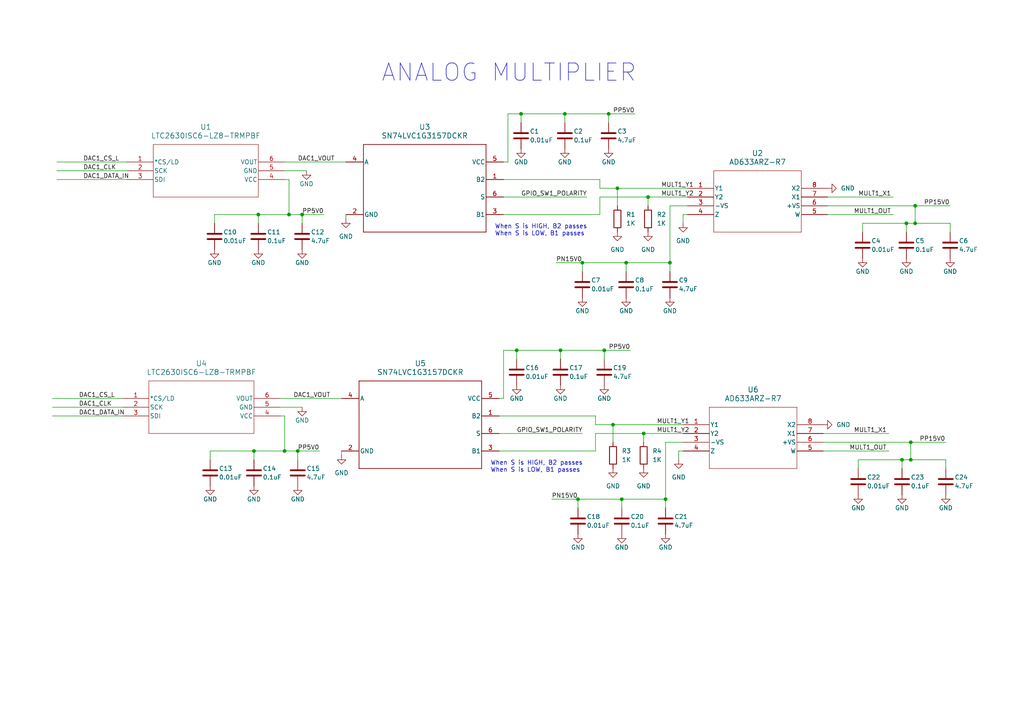
<source format=kicad_sch>
(kicad_sch (version 20230121) (generator eeschema)
  (paper "A4")
  (lib_symbols
    (symbol "AD633ARZ-R7:AD633ARZ-R7" (pin_names (offset 0.254))
      (property "Reference" "U" (at 20.32 10.16 0))
      (property "Value" "AD633ARZ-R7" (at 20.32 7.62 0))
      (symbol "AD633ARZ-R7_0_1"
        (polyline (pts (xy 7.62 -12.7) (xy 33.02 -12.7)) (stroke (width 0.127)))
        (polyline (pts (xy 7.62 5.08) (xy 7.62 -12.7)) (stroke (width 0.127)))
        (polyline (pts (xy 33.02 -12.7) (xy 33.02 5.08)) (stroke (width 0.127)))
        (polyline (pts (xy 33.02 5.08) (xy 7.62 5.08)) (stroke (width 0.127)))
        (pin unspecified line (at 0 0 0) (length 7.62) (name "Y1") (number "1"))
        (pin unspecified line (at 0 -2.54 0) (length 7.62) (name "Y2") (number "2"))
        (pin power_in line (at 0 -5.08 0) (length 7.62) (name "-VS") (number "3"))
        (pin unspecified line (at 0 -7.62 0) (length 7.62) (name "Z") (number "4"))
        (pin unspecified line (at 40.64 -7.62 180) (length 7.62) (name "W") (number "5"))
        (pin power_in line (at 40.64 -5.08 180) (length 7.62) (name "+VS") (number "6"))
        (pin unspecified line (at 40.64 -2.54 180) (length 7.62) (name "X1") (number "7"))
        (pin unspecified line (at 40.64 0 180) (length 7.62) (name "X2") (number "8"))
      )
    )
    (symbol "Device:C" (pin_numbers hide) (pin_names (offset 0.254))
      (property "Reference" "C" (at 0.635 2.54 0))
      (property "Value" "C" (at 0.635 -2.54 0))
      (symbol "C_0_1"
        (polyline (pts (xy -2.032 -0.762) (xy 2.032 -0.762)) (stroke (width 0.508)))
        (polyline (pts (xy -2.032 0.762) (xy 2.032 0.762)) (stroke (width 0.508)))
      )
      (symbol "C_1_1"
        (pin passive line (at 0 3.81 270) (length 2.794) (name "~") (number "1"))
        (pin passive line (at 0 -3.81 90) (length 2.794) (name "~") (number "2"))
      )
    )
    (symbol "Device:R" (pin_numbers hide) (pin_names (offset 0))
      (property "Reference" "R" (at 2.032 0 90))
      (property "Value" "R" (at 0 0 90))
      (symbol "R_0_1"
        (rectangle (start -1.016 -2.54) (end 1.016 2.54) (stroke (width 0.254)))
      )
      (symbol "R_1_1"
        (pin passive line (at 0 3.81 270) (length 1.27) (name "~") (number "1"))
        (pin passive line (at 0 -3.81 90) (length 1.27) (name "~") (number "2"))
      )
    )
    (symbol "LTC2630ISC6-LZ8#TRMPBF:LTC2630ISC6-LZ8-TRMPBF" (pin_names (offset 0.254))
      (property "Reference" "U" (at 22.86 10.16 0))
      (property "Value" "LTC2630ISC6-LZ8-TRMPBF" (at 22.86 7.62 0))
      (symbol "LTC2630ISC6-LZ8-TRMPBF_0_1"
        (polyline (pts (xy 7.62 -10.16) (xy 38.1 -10.16)) (stroke (width 0.127)))
        (polyline (pts (xy 7.62 5.08) (xy 7.62 -10.16)) (stroke (width 0.127)))
        (polyline (pts (xy 38.1 -10.16) (xy 38.1 5.08)) (stroke (width 0.127)))
        (polyline (pts (xy 38.1 5.08) (xy 7.62 5.08)) (stroke (width 0.127)))
        (pin input line (at 0 0 0) (length 7.62) (name "*CS/LD") (number "1"))
        (pin input line (at 0 -2.54 0) (length 7.62) (name "SCK") (number "2"))
        (pin input line (at 0 -5.08 0) (length 7.62) (name "SDI") (number "3"))
        (pin power_in line (at 45.72 -5.08 180) (length 7.62) (name "VCC") (number "4"))
        (pin power_out line (at 45.72 -2.54 180) (length 7.62) (name "GND") (number "5"))
        (pin output line (at 45.72 0 180) (length 7.62) (name "VOUT") (number "6"))
      )
    )
    (symbol "SN74LVC1G3157DCKR:SN74LVC1G3157DCKR" (pin_names (offset 0.254))
      (property "Reference" "U" (at 0 2.54 0))
      (property "Value" "SN74LVC1G3157DCKR" (at 0 0 0))
      (symbol "SN74LVC1G3157DCKR_0_1"
        (polyline (pts (xy -17.78 -12.7) (xy 17.78 -12.7)) (stroke (width 0.2032)))
        (polyline (pts (xy -17.78 12.7) (xy -17.78 -12.7)) (stroke (width 0.2032)))
        (polyline (pts (xy 17.78 -12.7) (xy 17.78 12.7)) (stroke (width 0.2032)))
        (polyline (pts (xy 17.78 12.7) (xy -17.78 12.7)) (stroke (width 0.2032)))
        (pin input line (at -22.86 2.54 0) (length 5.08) (name "B2") (number "1"))
        (pin power_in line (at 22.86 -7.62 180) (length 5.08) (name "GND") (number "2"))
        (pin input line (at -22.86 -7.62 0) (length 5.08) (name "B1") (number "3"))
        (pin output line (at 22.86 7.62 180) (length 5.08) (name "A") (number "4"))
        (pin power_in line (at -22.86 7.62 0) (length 5.08) (name "VCC") (number "5"))
        (pin input line (at -22.86 -2.54 0) (length 5.08) (name "S") (number "6"))
      )
    )
    (symbol "power:GND" (power) (pin_names (offset 0))
      (property "Value" "GND" (at 0 -3.81 0))
      (symbol "GND_0_1"
        (polyline (pts (xy 0 0) (xy 0 -1.27) (xy 1.27 -1.27) (xy 0 -2.54) (xy -1.27 -1.27) (xy 0 -1.27)))
      )
      (symbol "GND_1_1"
        (pin power_in line (at 0 0 270) (length 0) hide (name "GND") (number "1"))
      )
    )
  )
  (junction (at 176.53 33.02))
  (junction (at 265.43 64.77))
  (junction (at 181.61 76.2))
  (junction (at 74.93 62.23))
  (junction (at 86.36 130.81))
  (junction (at 180.34 144.78))
  (junction (at 262.89 64.77))
  (junction (at 187.96 57.15))
  (junction (at 87.63 62.23))
  (junction (at 82.55 130.81))
  (junction (at 193.04 144.78))
  (junction (at 264.16 133.35))
  (junction (at 149.86 101.6))
  (junction (at 73.66 130.81))
  (junction (at 151.13 33.02))
  (junction (at 177.8 123.19))
  (junction (at 167.64 144.78))
  (junction (at 175.26 101.6))
  (junction (at 162.56 101.6))
  (junction (at 179.07 54.61))
  (junction (at 261.62 133.35))
  (junction (at 83.82 62.23))
  (junction (at 186.69 125.73))
  (junction (at 163.83 33.02))
  (junction (at 265.43 59.69))
  (junction (at 194.31 76.2))
  (junction (at 168.91 76.2))
  (junction (at 264.16 128.27))
  (wire (pts (xy 181.61 76.2) (xy 181.61 78.74)))
  (wire (pts (xy 172.72 130.81) (xy 172.72 125.73)))
  (wire (pts (xy 146.05 101.6) (xy 149.86 101.6)))
  (wire (pts (xy 261.62 133.35) (xy 261.62 135.89)))
  (wire (pts (xy 62.23 62.23) (xy 74.93 62.23)))
  (wire (pts (xy 264.16 133.35) (xy 274.32 133.35)))
  (wire (pts (xy 162.56 101.6) (xy 162.56 104.14)))
  (wire (pts (xy 196.85 130.81) (xy 198.12 130.81)))
  (wire (pts (xy 250.19 64.77) (xy 250.19 67.31)))
  (wire (pts (xy 173.99 57.15) (xy 187.96 57.15)))
  (wire (pts (xy 186.69 125.73) (xy 198.12 125.73)))
  (wire (pts (xy 240.03 57.15) (xy 259.08 57.15)))
  (wire (pts (xy 176.53 33.02) (xy 176.53 35.56)))
  (wire (pts (xy 15.24 115.57) (xy 35.56 115.57)))
  (wire (pts (xy 167.64 144.78) (xy 180.34 144.78)))
  (wire (pts (xy 168.91 76.2) (xy 168.91 78.74)))
  (wire (pts (xy 15.24 120.65) (xy 35.56 120.65)))
  (wire (pts (xy 144.78 125.73) (xy 168.91 125.73)))
  (wire (pts (xy 250.19 64.77) (xy 262.89 64.77)))
  (wire (pts (xy 15.24 118.11) (xy 35.56 118.11)))
  (wire (pts (xy 73.66 130.81) (xy 82.55 130.81)))
  (wire (pts (xy 144.78 120.65) (xy 172.72 120.65)))
  (wire (pts (xy 180.34 144.78) (xy 180.34 147.32)))
  (wire (pts (xy 198.12 62.23) (xy 199.39 62.23)))
  (wire (pts (xy 151.13 33.02) (xy 163.83 33.02)))
  (wire (pts (xy 83.82 52.07) (xy 83.82 62.23)))
  (wire (pts (xy 198.12 128.27) (xy 193.04 128.27)))
  (wire (pts (xy 238.76 125.73) (xy 257.81 125.73)))
  (wire (pts (xy 265.43 64.77) (xy 275.59 64.77)))
  (wire (pts (xy 198.12 64.77) (xy 198.12 62.23)))
  (wire (pts (xy 194.31 59.69) (xy 194.31 76.2)))
  (wire (pts (xy 264.16 128.27) (xy 274.32 128.27)))
  (wire (pts (xy 186.69 125.73) (xy 186.69 128.27)))
  (wire (pts (xy 265.43 59.69) (xy 275.59 59.69)))
  (wire (pts (xy 82.55 46.99) (xy 100.33 46.99)))
  (wire (pts (xy 275.59 64.77) (xy 275.59 67.31)))
  (wire (pts (xy 82.55 120.65) (xy 82.55 130.81)))
  (wire (pts (xy 83.82 62.23) (xy 87.63 62.23)))
  (wire (pts (xy 16.51 46.99) (xy 36.83 46.99)))
  (wire (pts (xy 196.85 133.35) (xy 196.85 130.81)))
  (wire (pts (xy 179.07 54.61) (xy 179.07 59.69)))
  (wire (pts (xy 173.99 54.61) (xy 179.07 54.61)))
  (wire (pts (xy 86.36 130.81) (xy 92.71 130.81)))
  (wire (pts (xy 161.29 76.2) (xy 168.91 76.2)))
  (wire (pts (xy 175.26 101.6) (xy 182.88 101.6)))
  (wire (pts (xy 175.26 101.6) (xy 175.26 104.14)))
  (wire (pts (xy 149.86 101.6) (xy 162.56 101.6)))
  (wire (pts (xy 82.55 49.53) (xy 88.9 49.53)))
  (wire (pts (xy 100.33 63.5) (xy 100.33 62.23)))
  (wire (pts (xy 82.55 130.81) (xy 86.36 130.81)))
  (wire (pts (xy 181.61 76.2) (xy 194.31 76.2)))
  (wire (pts (xy 177.8 123.19) (xy 198.12 123.19)))
  (wire (pts (xy 238.76 130.81) (xy 257.81 130.81)))
  (wire (pts (xy 146.05 57.15) (xy 170.18 57.15)))
  (wire (pts (xy 99.06 132.08) (xy 99.06 130.81)))
  (wire (pts (xy 144.78 130.81) (xy 172.72 130.81)))
  (wire (pts (xy 86.36 130.81) (xy 86.36 133.35)))
  (wire (pts (xy 162.56 101.6) (xy 175.26 101.6)))
  (wire (pts (xy 147.32 33.02) (xy 147.32 46.99)))
  (wire (pts (xy 172.72 125.73) (xy 186.69 125.73)))
  (wire (pts (xy 172.72 123.19) (xy 177.8 123.19)))
  (wire (pts (xy 167.64 144.78) (xy 167.64 147.32)))
  (wire (pts (xy 62.23 62.23) (xy 62.23 64.77)))
  (wire (pts (xy 240.03 59.69) (xy 265.43 59.69)))
  (wire (pts (xy 193.04 128.27) (xy 193.04 144.78)))
  (wire (pts (xy 74.93 62.23) (xy 74.93 64.77)))
  (wire (pts (xy 248.92 133.35) (xy 261.62 133.35)))
  (wire (pts (xy 262.89 64.77) (xy 265.43 64.77)))
  (wire (pts (xy 199.39 59.69) (xy 194.31 59.69)))
  (wire (pts (xy 160.02 144.78) (xy 167.64 144.78)))
  (wire (pts (xy 163.83 33.02) (xy 176.53 33.02)))
  (wire (pts (xy 16.51 52.07) (xy 36.83 52.07)))
  (wire (pts (xy 87.63 62.23) (xy 87.63 64.77)))
  (wire (pts (xy 147.32 33.02) (xy 151.13 33.02)))
  (wire (pts (xy 73.66 130.81) (xy 73.66 133.35)))
  (wire (pts (xy 146.05 52.07) (xy 173.99 52.07)))
  (wire (pts (xy 146.05 62.23) (xy 173.99 62.23)))
  (wire (pts (xy 240.03 62.23) (xy 259.08 62.23)))
  (wire (pts (xy 262.89 64.77) (xy 262.89 67.31)))
  (wire (pts (xy 264.16 128.27) (xy 264.16 133.35)))
  (wire (pts (xy 149.86 101.6) (xy 149.86 104.14)))
  (wire (pts (xy 168.91 76.2) (xy 181.61 76.2)))
  (wire (pts (xy 60.96 130.81) (xy 60.96 133.35)))
  (wire (pts (xy 176.53 33.02) (xy 184.15 33.02)))
  (wire (pts (xy 147.32 46.99) (xy 146.05 46.99)))
  (wire (pts (xy 83.82 52.07) (xy 82.55 52.07)))
  (wire (pts (xy 180.34 144.78) (xy 193.04 144.78)))
  (wire (pts (xy 193.04 144.78) (xy 193.04 147.32)))
  (wire (pts (xy 173.99 52.07) (xy 173.99 54.61)))
  (wire (pts (xy 146.05 115.57) (xy 144.78 115.57)))
  (wire (pts (xy 146.05 101.6) (xy 146.05 115.57)))
  (wire (pts (xy 261.62 133.35) (xy 264.16 133.35)))
  (wire (pts (xy 81.28 115.57) (xy 99.06 115.57)))
  (wire (pts (xy 87.63 62.23) (xy 93.98 62.23)))
  (wire (pts (xy 177.8 123.19) (xy 177.8 128.27)))
  (wire (pts (xy 265.43 59.69) (xy 265.43 64.77)))
  (wire (pts (xy 16.51 49.53) (xy 36.83 49.53)))
  (wire (pts (xy 81.28 118.11) (xy 87.63 118.11)))
  (wire (pts (xy 151.13 33.02) (xy 151.13 35.56)))
  (wire (pts (xy 82.55 120.65) (xy 81.28 120.65)))
  (wire (pts (xy 163.83 33.02) (xy 163.83 35.56)))
  (wire (pts (xy 74.93 62.23) (xy 83.82 62.23)))
  (wire (pts (xy 187.96 57.15) (xy 187.96 59.69)))
  (wire (pts (xy 194.31 76.2) (xy 194.31 78.74)))
  (wire (pts (xy 187.96 57.15) (xy 199.39 57.15)))
  (wire (pts (xy 238.76 128.27) (xy 264.16 128.27)))
  (wire (pts (xy 248.92 133.35) (xy 248.92 135.89)))
  (wire (pts (xy 173.99 62.23) (xy 173.99 57.15)))
  (wire (pts (xy 60.96 130.81) (xy 73.66 130.81)))
  (wire (pts (xy 172.72 120.65) (xy 172.72 123.19)))
  (wire (pts (xy 274.32 133.35) (xy 274.32 135.89)))
  (wire (pts (xy 179.07 54.61) (xy 199.39 54.61)))
  (text "When S is HIGH, B2 passes\nWhen S is LOW, B1 passes" (at 143.51 68.58 0) (effects (font (size 1.27 1.27)) (justify left bottom)))
  (text "When S is HIGH, B2 passes\nWhen S is LOW, B1 passes" (at 142.24 137.16 0) (effects (font (size 1.27 1.27)) (justify left bottom)))
  (text "ANALOG MULTIPLIER" (at 110.49 24.13 0) (effects (font (size 5 5)) (justify left bottom)))
  (label "MULT1_OUT" (at 247.65 62.23 0))
  (label "GPIO_SW1_POLARITY" (at 149.86 125.73 0))
  (label "DAC1_VOUT" (at 85.09 115.57 0))
  (label "DAC1_DATA_IN" (at 24.13 52.07 0))
  (label "MULT1_Y2" (at 191.77 57.15 0))
  (label "PP15V0" (at 267.97 59.69 0))
  (label "DAC1_CS_L" (at 22.86 115.57 0))
  (label "PP5V0" (at 87.63 62.23 0))
  (label "PP5V0" (at 86.36 130.81 0))
  (label "PP5V0" (at 176.53 101.6 0))
  (label "DAC1_CS_L" (at 24.13 46.99 0))
  (label "MULT1_Y1" (at 191.77 54.61 0))
  (label "MULT1_X1" (at 248.92 57.15 0))
  (label "PN15V0" (at 161.29 76.2 0))
  (label "MULT1_Y1" (at 190.5 123.19 0))
  (label "DAC1_VOUT" (at 86.36 46.99 0))
  (label "MULT1_X1" (at 247.65 125.73 0))
  (label "MULT1_Y2" (at 190.5 125.73 0))
  (label "PP5V0" (at 177.8 33.02 0))
  (label "GPIO_SW1_POLARITY" (at 151.13 57.15 0))
  (label "MULT1_OUT" (at 246.38 130.81 0))
  (label "DAC1_CLK" (at 24.13 49.53 0))
  (label "PP15V0" (at 266.7 128.27 0))
  (label "PN15V0" (at 160.02 144.78 0))
  (label "DAC1_CLK" (at 22.86 118.11 0))
  (label "DAC1_DATA_IN" (at 22.86 120.65 0))
  (symbol (lib_id "Device:C") (at 193.04 151.13 0) (unit 1)
    (property "Reference" "C21" (at 195.58 149.86 0) (effects (justify left)))
    (property "Value" "4.7uF" (at 195.58 152.4 0) (effects (justify left)))
    (property "Footprint" "Capacitor_SMD:C_0805_2012Metric" (effects hide))
  )
  (symbol (lib_id "LTC2630ISC6-LZ8#TRMPBF:LTC2630ISC6-LZ8-TRMPBF") (at 35.56 115.57 0) (unit 1)
    (property "Reference" "U4" (at 58.42 105.41 0) (effects (font (size 1.524 1.524))))
    (property "Value" "LTC2630ISC6-LZ8-TRMPBF" (at 58.42 107.95 0) (effects (font (size 1.524 1.524))))
    (property "Footprint" "SC_6_ADI" (effects hide))
    (property "Datasheet" "LTC2630ISC6-LZ8-TRMPBF" (effects hide))
  )
  (symbol (lib_id "power:GND") (at 180.34 154.94 0) (unit 1)
    (property "Reference" "#PWR029" (effects hide))
    (property "Value" "GND" (at 180.34 158.75 0))
  )
  (symbol (lib_id "power:GND") (at 181.61 86.36 0) (unit 1)
    (property "Reference" "#PWR014" (effects hide))
    (property "Value" "GND" (at 181.61 90.17 0))
  )
  (symbol (lib_id "power:GND") (at 261.62 143.51 0) (unit 1)
    (property "Reference" "#PWR035" (effects hide))
    (property "Value" "GND" (at 261.62 147.32 0))
  )
  (symbol (lib_id "power:GND") (at 99.06 132.08 0) (unit 1)
    (property "Reference" "#PWR023" (effects hide))
    (property "Value" "GND" (at 99.06 137.16 0))
  )
  (symbol (lib_id "power:GND") (at 88.9 49.53 0) (unit 1)
    (property "Reference" "#PWR01" (effects hide))
    (property "Value" "GND" (at 88.9 53.34 0))
  )
  (symbol (lib_id "power:GND") (at 62.23 72.39 0) (unit 1)
    (property "Reference" "#PWR016" (effects hide))
    (property "Value" "GND" (at 62.23 76.2 0))
  )
  (symbol (lib_id "Device:C") (at 62.23 68.58 0) (unit 1)
    (property "Reference" "C10" (at 64.77 67.31 0) (effects (justify left)))
    (property "Value" "0.01uF" (at 64.77 69.85 0) (effects (justify left)))
    (property "Footprint" "Capacitor_SMD:C_0805_2012Metric" (effects hide))
  )
  (symbol (lib_id "Device:C") (at 162.56 107.95 0) (unit 1)
    (property "Reference" "C17" (at 165.1 106.68 0) (effects (justify left)))
    (property "Value" "0.1uF" (at 165.1 109.22 0) (effects (justify left)))
    (property "Footprint" "Capacitor_SMD:C_0805_2012Metric" (effects hide))
  )
  (symbol (lib_id "power:GND") (at 175.26 111.76 0) (unit 1)
    (property "Reference" "#PWR027" (effects hide))
    (property "Value" "GND" (at 175.26 115.57 0))
  )
  (symbol (lib_id "power:GND") (at 194.31 86.36 0) (unit 1)
    (property "Reference" "#PWR015" (effects hide))
    (property "Value" "GND" (at 194.31 90.17 0))
  )
  (symbol (lib_id "power:GND") (at 74.93 72.39 0) (unit 1)
    (property "Reference" "#PWR017" (effects hide))
    (property "Value" "GND" (at 74.93 76.2 0))
  )
  (symbol (lib_id "Device:C") (at 250.19 71.12 0) (unit 1)
    (property "Reference" "C4" (at 252.73 69.85 0) (effects (justify left)))
    (property "Value" "0.01uF" (at 252.73 72.39 0) (effects (justify left)))
    (property "Footprint" "Capacitor_SMD:C_0805_2012Metric" (effects hide))
  )
  (symbol (lib_id "Device:C") (at 163.83 39.37 0) (unit 1)
    (property "Reference" "C2" (at 166.37 38.1 0) (effects (justify left)))
    (property "Value" "0.1uF" (at 166.37 40.64 0) (effects (justify left)))
    (property "Footprint" "Capacitor_SMD:C_0805_2012Metric" (effects hide))
  )
  (symbol (lib_id "power:GND") (at 179.07 67.31 0) (unit 1)
    (property "Reference" "#PWR04" (effects hide))
    (property "Value" "GND" (at 179.07 72.39 0))
  )
  (symbol (lib_id "power:GND") (at 73.66 140.97 0) (unit 1)
    (property "Reference" "#PWR020" (effects hide))
    (property "Value" "GND" (at 73.66 144.78 0))
  )
  (symbol (lib_id "Device:C") (at 167.64 151.13 0) (unit 1)
    (property "Reference" "C18" (at 170.18 149.86 0) (effects (justify left)))
    (property "Value" "0.01uF" (at 170.18 152.4 0) (effects (justify left)))
    (property "Footprint" "Capacitor_SMD:C_0805_2012Metric" (effects hide))
  )
  (symbol (lib_id "Device:C") (at 261.62 139.7 0) (unit 1)
    (property "Reference" "C23" (at 264.16 138.43 0) (effects (justify left)))
    (property "Value" "0.1uF" (at 264.16 140.97 0) (effects (justify left)))
    (property "Footprint" "Capacitor_SMD:C_0805_2012Metric" (effects hide))
  )
  (symbol (lib_id "power:GND") (at 193.04 154.94 0) (unit 1)
    (property "Reference" "#PWR031" (effects hide))
    (property "Value" "GND" (at 193.04 158.75 0))
  )
  (symbol (lib_id "power:GND") (at 87.63 72.39 0) (unit 1)
    (property "Reference" "#PWR018" (effects hide))
    (property "Value" "GND" (at 87.63 76.2 0))
  )
  (symbol (lib_id "Device:C") (at 151.13 39.37 0) (unit 1)
    (property "Reference" "C1" (at 153.67 38.1 0) (effects (justify left)))
    (property "Value" "0.01uF" (at 153.67 40.64 0) (effects (justify left)))
    (property "Footprint" "Capacitor_SMD:C_0805_2012Metric" (effects hide))
  )
  (symbol (lib_id "Device:C") (at 262.89 71.12 0) (unit 1)
    (property "Reference" "C5" (at 265.43 69.85 0) (effects (justify left)))
    (property "Value" "0.1uF" (at 265.43 72.39 0) (effects (justify left)))
    (property "Footprint" "Capacitor_SMD:C_0805_2012Metric" (effects hide))
  )
  (symbol (lib_id "Device:C") (at 248.92 139.7 0) (unit 1)
    (property "Reference" "C22" (at 251.46 138.43 0) (effects (justify left)))
    (property "Value" "0.01uF" (at 251.46 140.97 0) (effects (justify left)))
    (property "Footprint" "Capacitor_SMD:C_0805_2012Metric" (effects hide))
  )
  (symbol (lib_id "power:GND") (at 186.69 135.89 0) (unit 1)
    (property "Reference" "#PWR030" (effects hide))
    (property "Value" "GND" (at 186.69 140.97 0))
  )
  (symbol (lib_id "power:GND") (at 262.89 74.93 0) (unit 1)
    (property "Reference" "#PWR011" (effects hide))
    (property "Value" "GND" (at 262.89 78.74 0))
  )
  (symbol (lib_id "power:GND") (at 87.63 118.11 0) (unit 1)
    (property "Reference" "#PWR022" (effects hide))
    (property "Value" "GND" (at 87.63 121.92 0))
  )
  (symbol (lib_id "Device:C") (at 194.31 82.55 0) (unit 1)
    (property "Reference" "C9" (at 196.85 81.28 0) (effects (justify left)))
    (property "Value" "4.7uF" (at 196.85 83.82 0) (effects (justify left)))
    (property "Footprint" "Capacitor_SMD:C_0805_2012Metric" (effects hide))
  )
  (symbol (lib_id "power:GND") (at 100.33 63.5 0) (unit 1)
    (property "Reference" "#PWR02" (effects hide))
    (property "Value" "GND" (at 100.33 68.58 0))
  )
  (symbol (lib_id "Device:C") (at 176.53 39.37 0) (unit 1)
    (property "Reference" "C3" (at 179.07 38.1 0) (effects (justify left)))
    (property "Value" "4.7uF" (at 179.07 40.64 0) (effects (justify left)))
    (property "Footprint" "Capacitor_SMD:C_0805_2012Metric" (effects hide))
  )
  (symbol (lib_id "Device:R") (at 177.8 132.08 0) (unit 1)
    (property "Reference" "R3" (at 180.34 130.81 0) (effects (justify left)))
    (property "Value" "1K" (at 180.34 133.35 0) (effects (justify left)))
    (property "Footprint" "Resistor_SMD:R_0805_2012Metric" (effects hide))
  )
  (symbol (lib_id "power:GND") (at 162.56 111.76 0) (unit 1)
    (property "Reference" "#PWR025" (effects hide))
    (property "Value" "GND" (at 162.56 115.57 0))
  )
  (symbol (lib_id "Device:C") (at 73.66 137.16 0) (unit 1)
    (property "Reference" "C14" (at 76.2 135.89 0) (effects (justify left)))
    (property "Value" "0.1uF" (at 76.2 138.43 0) (effects (justify left)))
    (property "Footprint" "Capacitor_SMD:C_0805_2012Metric" (effects hide))
  )
  (symbol (lib_id "Device:C") (at 181.61 82.55 0) (unit 1)
    (property "Reference" "C8" (at 184.15 81.28 0) (effects (justify left)))
    (property "Value" "0.1uF" (at 184.15 83.82 0) (effects (justify left)))
    (property "Footprint" "Capacitor_SMD:C_0805_2012Metric" (effects hide))
  )
  (symbol (lib_id "Device:C") (at 149.86 107.95 0) (unit 1)
    (property "Reference" "C16" (at 152.4 106.68 0) (effects (justify left)))
    (property "Value" "0.01uF" (at 152.4 109.22 0) (effects (justify left)))
    (property "Footprint" "Capacitor_SMD:C_0805_2012Metric" (effects hide))
  )
  (symbol (lib_id "power:GND") (at 187.96 67.31 0) (unit 1)
    (property "Reference" "#PWR05" (effects hide))
    (property "Value" "GND" (at 187.96 72.39 0))
  )
  (symbol (lib_id "SN74LVC1G3157DCKR:SN74LVC1G3157DCKR") (at 121.92 123.19 0) (mirror y) (unit 1)
    (property "Reference" "U5" (at 121.92 105.41 0) (effects (font (size 1.524 1.524))))
    (property "Value" "SN74LVC1G3157DCKR" (at 121.92 107.95 0) (effects (font (size 1.524 1.524))))
    (property "Footprint" "DCK0006A_N" (effects hide))
    (property "Datasheet" "SN74LVC1G3157DCKR" (effects hide))
  )
  (symbol (lib_id "power:GND") (at 248.92 143.51 0) (unit 1)
    (property "Reference" "#PWR034" (effects hide))
    (property "Value" "GND" (at 248.92 147.32 0))
  )
  (symbol (lib_id "power:GND") (at 275.59 74.93 0) (unit 1)
    (property "Reference" "#PWR012" (effects hide))
    (property "Value" "GND" (at 275.59 78.74 0))
  )
  (symbol (lib_id "Device:R") (at 179.07 63.5 0) (unit 1)
    (property "Reference" "R1" (at 181.61 62.23 0) (effects (justify left)))
    (property "Value" "1K" (at 181.61 64.77 0) (effects (justify left)))
    (property "Footprint" "Resistor_SMD:R_0805_2012Metric" (effects hide))
  )
  (symbol (lib_id "power:GND") (at 198.12 64.77 0) (unit 1)
    (property "Reference" "#PWR03" (effects hide))
    (property "Value" "GND" (at 198.12 69.85 0))
  )
  (symbol (lib_id "power:GND") (at 240.03 54.61 90) (unit 1)
    (property "Reference" "#PWR06" (effects hide))
    (property "Value" "GND" (at 243.84 54.61 90) (effects (justify right)))
  )
  (symbol (lib_id "Device:C") (at 168.91 82.55 0) (unit 1)
    (property "Reference" "C7" (at 171.45 81.28 0) (effects (justify left)))
    (property "Value" "0.01uF" (at 171.45 83.82 0) (effects (justify left)))
    (property "Footprint" "Capacitor_SMD:C_0805_2012Metric" (effects hide))
  )
  (symbol (lib_id "power:GND") (at 238.76 123.19 90) (unit 1)
    (property "Reference" "#PWR033" (effects hide))
    (property "Value" "GND" (at 242.57 123.19 90) (effects (justify right)))
  )
  (symbol (lib_id "Device:C") (at 87.63 68.58 0) (unit 1)
    (property "Reference" "C12" (at 90.17 67.31 0) (effects (justify left)))
    (property "Value" "4.7uF" (at 90.17 69.85 0) (effects (justify left)))
    (property "Footprint" "Capacitor_SMD:C_0805_2012Metric" (effects hide))
  )
  (symbol (lib_id "power:GND") (at 149.86 111.76 0) (unit 1)
    (property "Reference" "#PWR024" (effects hide))
    (property "Value" "GND" (at 149.86 115.57 0))
  )
  (symbol (lib_id "Device:C") (at 74.93 68.58 0) (unit 1)
    (property "Reference" "C11" (at 77.47 67.31 0) (effects (justify left)))
    (property "Value" "0.1uF" (at 77.47 69.85 0) (effects (justify left)))
    (property "Footprint" "Capacitor_SMD:C_0805_2012Metric" (effects hide))
  )
  (symbol (lib_id "Device:C") (at 60.96 137.16 0) (unit 1)
    (property "Reference" "C13" (at 63.5 135.89 0) (effects (justify left)))
    (property "Value" "0.01uF" (at 63.5 138.43 0) (effects (justify left)))
    (property "Footprint" "Capacitor_SMD:C_0805_2012Metric" (effects hide))
  )
  (symbol (lib_id "power:GND") (at 176.53 43.18 0) (unit 1)
    (property "Reference" "#PWR09" (effects hide))
    (property "Value" "GND" (at 176.53 46.99 0))
  )
  (symbol (lib_id "Device:C") (at 86.36 137.16 0) (unit 1)
    (property "Reference" "C15" (at 88.9 135.89 0) (effects (justify left)))
    (property "Value" "4.7uF" (at 88.9 138.43 0) (effects (justify left)))
    (property "Footprint" "Capacitor_SMD:C_0805_2012Metric" (effects hide))
  )
  (symbol (lib_id "LTC2630ISC6-LZ8#TRMPBF:LTC2630ISC6-LZ8-TRMPBF") (at 36.83 46.99 0) (unit 1)
    (property "Reference" "U1" (at 59.69 36.83 0) (effects (font (size 1.524 1.524))))
    (property "Value" "LTC2630ISC6-LZ8-TRMPBF" (at 59.69 39.37 0) (effects (font (size 1.524 1.524))))
    (property "Footprint" "SC_6_ADI" (effects hide))
    (property "Datasheet" "LTC2630ISC6-LZ8-TRMPBF" (effects hide))
  )
  (symbol (lib_id "power:GND") (at 274.32 143.51 0) (unit 1)
    (property "Reference" "#PWR036" (effects hide))
    (property "Value" "GND" (at 274.32 147.32 0))
  )
  (symbol (lib_id "power:GND") (at 168.91 86.36 0) (unit 1)
    (property "Reference" "#PWR013" (effects hide))
    (property "Value" "GND" (at 168.91 90.17 0))
  )
  (symbol (lib_id "Device:C") (at 180.34 151.13 0) (unit 1)
    (property "Reference" "C20" (at 182.88 149.86 0) (effects (justify left)))
    (property "Value" "0.1uF" (at 182.88 152.4 0) (effects (justify left)))
    (property "Footprint" "Capacitor_SMD:C_0805_2012Metric" (effects hide))
  )
  (symbol (lib_id "Device:C") (at 275.59 71.12 0) (unit 1)
    (property "Reference" "C6" (at 278.13 69.85 0) (effects (justify left)))
    (property "Value" "4.7uF" (at 278.13 72.39 0) (effects (justify left)))
    (property "Footprint" "Capacitor_SMD:C_0805_2012Metric" (effects hide))
  )
  (symbol (lib_id "power:GND") (at 86.36 140.97 0) (unit 1)
    (property "Reference" "#PWR021" (effects hide))
    (property "Value" "GND" (at 86.36 144.78 0))
  )
  (symbol (lib_id "power:GND") (at 60.96 140.97 0) (unit 1)
    (property "Reference" "#PWR019" (effects hide))
    (property "Value" "GND" (at 60.96 144.78 0))
  )
  (symbol (lib_id "Device:R") (at 187.96 63.5 0) (unit 1)
    (property "Reference" "R2" (at 190.5 62.23 0) (effects (justify left)))
    (property "Value" "1K" (at 190.5 64.77 0) (effects (justify left)))
    (property "Footprint" "Resistor_SMD:R_0805_2012Metric" (effects hide))
  )
  (symbol (lib_id "power:GND") (at 177.8 135.89 0) (unit 1)
    (property "Reference" "#PWR028" (effects hide))
    (property "Value" "GND" (at 177.8 140.97 0))
  )
  (symbol (lib_id "AD633ARZ-R7:AD633ARZ-R7") (at 198.12 123.19 0) (unit 1)
    (property "Reference" "U6" (at 218.44 113.03 0) (effects (font (size 1.524 1.524))))
    (property "Value" "AD633ARZ-R7" (at 218.44 115.57 0) (effects (font (size 1.524 1.524))))
    (property "Footprint" "R_8_ADI" (effects hide))
    (property "Datasheet" "AD633ARZ-R7" (effects hide))
  )
  (symbol (lib_id "Device:C") (at 274.32 139.7 0) (unit 1)
    (property "Reference" "C24" (at 276.86 138.43 0) (effects (justify left)))
    (property "Value" "4.7uF" (at 276.86 140.97 0) (effects (justify left)))
    (property "Footprint" "Capacitor_SMD:C_0805_2012Metric" (effects hide))
  )
  (symbol (lib_id "Device:C") (at 175.26 107.95 0) (unit 1)
    (property "Reference" "C19" (at 177.8 106.68 0) (effects (justify left)))
    (property "Value" "4.7uF" (at 177.8 109.22 0) (effects (justify left)))
    (property "Footprint" "Capacitor_SMD:C_0805_2012Metric" (effects hide))
  )
  (symbol (lib_id "power:GND") (at 167.64 154.94 0) (unit 1)
    (property "Reference" "#PWR026" (effects hide))
    (property "Value" "GND" (at 167.64 158.75 0))
  )
  (symbol (lib_id "power:GND") (at 151.13 43.18 0) (unit 1)
    (property "Reference" "#PWR07" (effects hide))
    (property "Value" "GND" (at 151.13 46.99 0))
  )
  (symbol (lib_id "power:GND") (at 250.19 74.93 0) (unit 1)
    (property "Reference" "#PWR010" (effects hide))
    (property "Value" "GND" (at 250.19 78.74 0))
  )
  (symbol (lib_id "power:GND") (at 163.83 43.18 0) (unit 1)
    (property "Reference" "#PWR08" (effects hide))
    (property "Value" "GND" (at 163.83 46.99 0))
  )
  (symbol (lib_id "SN74LVC1G3157DCKR:SN74LVC1G3157DCKR") (at 123.19 54.61 0) (mirror y) (unit 1)
    (property "Reference" "U3" (at 123.19 36.83 0) (effects (font (size 1.524 1.524))))
    (property "Value" "SN74LVC1G3157DCKR" (at 123.19 39.37 0) (effects (font (size 1.524 1.524))))
    (property "Footprint" "DCK0006A_N" (effects hide))
    (property "Datasheet" "SN74LVC1G3157DCKR" (effects hide))
  )
  (symbol (lib_id "power:GND") (at 196.85 133.35 0) (unit 1)
    (property "Reference" "#PWR032" (effects hide))
    (property "Value" "GND" (at 196.85 138.43 0))
  )
  (symbol (lib_id "Device:R") (at 186.69 132.08 0) (unit 1)
    (property "Reference" "R4" (at 189.23 130.81 0) (effects (justify left)))
    (property "Value" "1K" (at 189.23 133.35 0) (effects (justify left)))
    (property "Footprint" "Resistor_SMD:R_0805_2012Metric" (effects hide))
  )
  (symbol (lib_id "AD633ARZ-R7:AD633ARZ-R7") (at 199.39 54.61 0) (unit 1)
    (property "Reference" "U2" (at 219.71 44.45 0) (effects (font (size 1.524 1.524))))
    (property "Value" "AD633ARZ-R7" (at 219.71 46.99 0) (effects (font (size 1.524 1.524))))
    (property "Footprint" "R_8_ADI" (effects hide))
    (property "Datasheet" "AD633ARZ-R7" (effects hide))
  )
)
</source>
